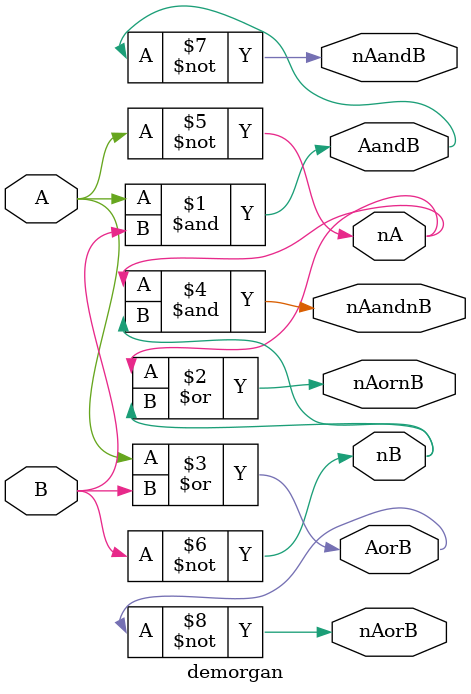
<source format=v>

module demorgan 
(
	input A,		//single bit input
	input B,		//single bit input
	output nA, 		//output intermediate complemented input
	output nB,		//output intermediate complemented input
	output AandB,
	output AorB,
	output nAandB,	//single bit output, ~(A*B)
	output nAornB, 	//single bit output, (~A)+(~B)
	output nAorB, 	//single bit output, ~(A+B)
	output nAandnB	//single bit output, (~A)*(~B)
);	

	wire nA, nB;
	not Ainv(nA, A);	//takes signal A and produces signal nA
	not Binv(nB, B);	//takes signal B and produces signal nB
	
	//~(A*B)
	wire AandB;
	and andgate(AandB, A, B);
	not AandBinv(nAandB, AandB);

	//wire AandB = A & B;
	//assign nAandB = ~AandB;



	//(~A)+(~B)
	or orgate(nAornB, nA, nB);

	//assign nAornB = nA | nB;



	//~(A+B)
	wire AorB;
	or orgate(AorB, A, B);
	not AorBinv(nAorB, AorB);



	//wire AorB = A | B;
	//assign nAorB = ~AorB;

	//(~A)*(~B)
	and andgate(nAandnB, nA, nB);	//AND gate produces nAandnB from nA & nB

	//assign nAandnB = nA & nB;

endmodule

</source>
